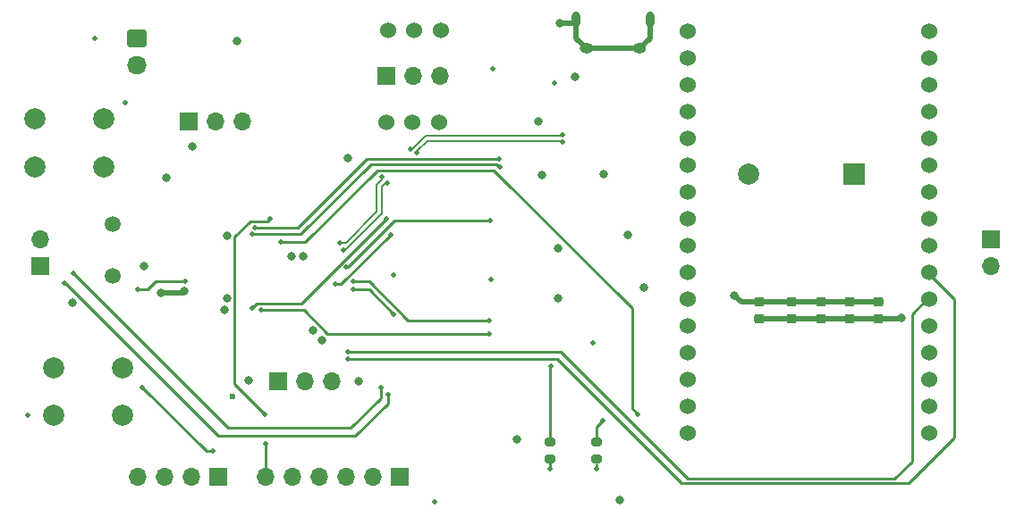
<source format=gbl>
%TF.GenerationSoftware,KiCad,Pcbnew,8.0.5*%
%TF.CreationDate,2024-12-24T01:11:55+09:00*%
%TF.ProjectId,Balancing_robot,42616c61-6e63-4696-9e67-5f726f626f74,rev?*%
%TF.SameCoordinates,Original*%
%TF.FileFunction,Copper,L4,Bot*%
%TF.FilePolarity,Positive*%
%FSLAX46Y46*%
G04 Gerber Fmt 4.6, Leading zero omitted, Abs format (unit mm)*
G04 Created by KiCad (PCBNEW 8.0.5) date 2024-12-24 01:11:55*
%MOMM*%
%LPD*%
G01*
G04 APERTURE LIST*
G04 Aperture macros list*
%AMRoundRect*
0 Rectangle with rounded corners*
0 $1 Rounding radius*
0 $2 $3 $4 $5 $6 $7 $8 $9 X,Y pos of 4 corners*
0 Add a 4 corners polygon primitive as box body*
4,1,4,$2,$3,$4,$5,$6,$7,$8,$9,$2,$3,0*
0 Add four circle primitives for the rounded corners*
1,1,$1+$1,$2,$3*
1,1,$1+$1,$4,$5*
1,1,$1+$1,$6,$7*
1,1,$1+$1,$8,$9*
0 Add four rect primitives between the rounded corners*
20,1,$1+$1,$2,$3,$4,$5,0*
20,1,$1+$1,$4,$5,$6,$7,0*
20,1,$1+$1,$6,$7,$8,$9,0*
20,1,$1+$1,$8,$9,$2,$3,0*%
G04 Aperture macros list end*
%TA.AperFunction,ComponentPad*%
%ADD10C,1.524000*%
%TD*%
%TA.AperFunction,ComponentPad*%
%ADD11O,0.775000X1.550000*%
%TD*%
%TA.AperFunction,ComponentPad*%
%ADD12O,1.300000X0.950000*%
%TD*%
%TA.AperFunction,ComponentPad*%
%ADD13C,2.000000*%
%TD*%
%TA.AperFunction,ComponentPad*%
%ADD14R,1.700000X1.700000*%
%TD*%
%TA.AperFunction,ComponentPad*%
%ADD15O,1.700000X1.700000*%
%TD*%
%TA.AperFunction,ComponentPad*%
%ADD16RoundRect,0.250000X-0.675000X0.600000X-0.675000X-0.600000X0.675000X-0.600000X0.675000X0.600000X0*%
%TD*%
%TA.AperFunction,ComponentPad*%
%ADD17O,1.850000X1.700000*%
%TD*%
%TA.AperFunction,ComponentPad*%
%ADD18C,1.500000*%
%TD*%
%TA.AperFunction,ComponentPad*%
%ADD19R,2.000000X2.000000*%
%TD*%
%TA.AperFunction,SMDPad,CuDef*%
%ADD20RoundRect,0.225000X-0.250000X0.225000X-0.250000X-0.225000X0.250000X-0.225000X0.250000X0.225000X0*%
%TD*%
%TA.AperFunction,SMDPad,CuDef*%
%ADD21RoundRect,0.200000X-0.275000X0.200000X-0.275000X-0.200000X0.275000X-0.200000X0.275000X0.200000X0*%
%TD*%
%TA.AperFunction,SMDPad,CuDef*%
%ADD22RoundRect,0.200000X0.275000X-0.200000X0.275000X0.200000X-0.275000X0.200000X-0.275000X-0.200000X0*%
%TD*%
%TA.AperFunction,ViaPad*%
%ADD23C,0.500000*%
%TD*%
%TA.AperFunction,ViaPad*%
%ADD24C,0.800000*%
%TD*%
%TA.AperFunction,ViaPad*%
%ADD25C,0.600000*%
%TD*%
%TA.AperFunction,Conductor*%
%ADD26C,0.250000*%
%TD*%
%TA.AperFunction,Conductor*%
%ADD27C,0.500000*%
%TD*%
%TA.AperFunction,Conductor*%
%ADD28C,0.200000*%
%TD*%
G04 APERTURE END LIST*
D10*
%TO.P,J7,1,Pin_1*%
%TO.N,Net-(J7-Pin_1)*%
X100895000Y-60835000D03*
%TO.P,J7,2,Pin_2*%
X103395000Y-60835000D03*
%TO.P,J7,3,Pin_3*%
%TO.N,Net-(J6-Pin_2)*%
X105895000Y-60835000D03*
%TD*%
D11*
%TO.P,J4,SH1,SHIELD*%
%TO.N,GND*%
X125702600Y-59834200D03*
%TO.P,J4,SH4,SHIELD*%
X118702600Y-59834200D03*
D12*
%TO.P,J4,SH5,SHIELD*%
X124702600Y-62534200D03*
%TO.P,J4,SH6,SHIELD*%
X119702600Y-62534200D03*
%TD*%
D13*
%TO.P,SW3,1,1*%
%TO.N,GND*%
X75745000Y-97315000D03*
X69245000Y-97315000D03*
%TO.P,SW3,2,2*%
%TO.N,RESET*%
X75745000Y-92815000D03*
X69245000Y-92815000D03*
%TD*%
D14*
%TO.P,J9,1,Pin_1*%
%TO.N,3.3V*%
X82040000Y-69415000D03*
D15*
%TO.P,J9,2,Pin_2*%
%TO.N,Net-(J9-Pin_2)*%
X84580000Y-69415000D03*
%TO.P,J9,3,Pin_3*%
%TO.N,GND*%
X87120000Y-69415000D03*
%TD*%
D16*
%TO.P,J5,1,Pin_1*%
%TO.N,GND*%
X77105000Y-61575000D03*
D17*
%TO.P,J5,2,Pin_2*%
%TO.N,7.4V*%
X77105000Y-64075000D03*
%TD*%
D14*
%TO.P,J8,1,Pin_1*%
%TO.N,3.3V*%
X90465000Y-94045000D03*
D15*
%TO.P,J8,2,Pin_2*%
%TO.N,Net-(J8-Pin_2)*%
X93005000Y-94045000D03*
%TO.P,J8,3,Pin_3*%
%TO.N,GND*%
X95545000Y-94045000D03*
%TD*%
D14*
%TO.P,M2,1,+*%
%TO.N,/OUT4*%
X157935000Y-80595000D03*
D15*
%TO.P,M2,2,-*%
%TO.N,/OUT3*%
X157935000Y-83135000D03*
%TD*%
D14*
%TO.P,J14,1,Pin_1*%
%TO.N,GND*%
X84825000Y-103145000D03*
D15*
%TO.P,J14,2,Pin_2*%
%TO.N,/UART2_RX*%
X82285000Y-103145000D03*
%TO.P,J14,3,Pin_3*%
%TO.N,/UART2_TX*%
X79745000Y-103145000D03*
%TO.P,J14,4,Pin_4*%
%TO.N,3.3V*%
X77205000Y-103145000D03*
%TD*%
D14*
%TO.P,J10,1,Pin_1*%
%TO.N,GND*%
X101975000Y-103145000D03*
D15*
%TO.P,J10,2,Pin_2*%
%TO.N,SWCLK*%
X99435000Y-103145000D03*
%TO.P,J10,3,Pin_3*%
%TO.N,SWDIO*%
X96895000Y-103145000D03*
%TO.P,J10,4,Pin_4*%
%TO.N,3.3V*%
X94355000Y-103145000D03*
%TO.P,J10,5,Pin_5*%
%TO.N,RESET*%
X91815000Y-103145000D03*
%TO.P,J10,6,Pin_6*%
%TO.N,TRACESWO*%
X89275000Y-103145000D03*
%TD*%
D10*
%TO.P,U3,0,0*%
%TO.N,unconnected-(U3-Pad0)*%
X152139800Y-91395800D03*
%TO.P,U3,2,2*%
%TO.N,unconnected-(U3-Pad2)*%
X152139800Y-93935800D03*
%TO.P,U3,3V,3V*%
%TO.N,3.3V*%
X129279800Y-60915800D03*
%TO.P,U3,4,4*%
%TO.N,unconnected-(U3-Pad4)*%
X152139800Y-88855800D03*
%TO.P,U3,5,5*%
%TO.N,unconnected-(U3-Pad5)*%
X152139800Y-81235800D03*
%TO.P,U3,12,12*%
%TO.N,unconnected-(U3-Pad12)*%
X129279800Y-88855800D03*
%TO.P,U3,13,13*%
%TO.N,unconnected-(U3-Pad13)*%
X129279800Y-91395800D03*
%TO.P,U3,14,14*%
%TO.N,unconnected-(U3-Pad14)*%
X129279800Y-86315800D03*
%TO.P,U3,15,15*%
%TO.N,unconnected-(U3-Pad15)*%
X152139800Y-96475800D03*
%TO.P,U3,16,16*%
%TO.N,/UART3_TX*%
X152139800Y-86315800D03*
%TO.P,U3,17,17*%
%TO.N,/UART3_RX*%
X152139800Y-83775800D03*
%TO.P,U3,18,18*%
%TO.N,unconnected-(U3-Pad18)*%
X152139800Y-78695800D03*
%TO.P,U3,19,19*%
%TO.N,unconnected-(U3-Pad19)*%
X152139800Y-76155800D03*
%TO.P,U3,21,21*%
%TO.N,unconnected-(U3-Pad21)*%
X152139800Y-73615800D03*
%TO.P,U3,22,22*%
%TO.N,unconnected-(U3-Pad22)*%
X152139800Y-65995800D03*
%TO.P,U3,23,23*%
%TO.N,unconnected-(U3-Pad23)*%
X152139800Y-63455800D03*
%TO.P,U3,25,25*%
%TO.N,Net-(R8-Pad2)*%
X129279800Y-78695800D03*
%TO.P,U3,26,26*%
%TO.N,unconnected-(U3-Pad26)*%
X129279800Y-81235800D03*
%TO.P,U3,27,27*%
%TO.N,unconnected-(U3-Pad27)*%
X129279800Y-83775800D03*
%TO.P,U3,32,32*%
%TO.N,unconnected-(U3-Pad32)*%
X129279800Y-73615800D03*
%TO.P,U3,33,33*%
%TO.N,unconnected-(U3-Pad33)*%
X129279800Y-76155800D03*
%TO.P,U3,34,34*%
%TO.N,unconnected-(U3-Pad34)*%
X129279800Y-71075800D03*
%TO.P,U3,BAT,BAT*%
%TO.N,unconnected-(U3-PadBAT)*%
X129279800Y-99015800D03*
%TO.P,U3,EN,EN*%
%TO.N,unconnected-(U3-PadEN)*%
X129279800Y-93935800D03*
%TO.P,U3,GND,GND*%
%TO.N,GND*%
X152139800Y-60915800D03*
X152139800Y-99015800D03*
%TO.P,U3,RS,RS*%
%TO.N,unconnected-(U3-PadRS)*%
X129279800Y-63455800D03*
%TO.P,U3,RX,RX*%
%TO.N,unconnected-(U3-PadRX)*%
X152139800Y-71075800D03*
%TO.P,U3,TX,TX*%
%TO.N,unconnected-(U3-PadTX)*%
X152139800Y-68535800D03*
%TO.P,U3,USB,USB*%
%TO.N,unconnected-(U3-PadUSB)*%
X129279800Y-96475800D03*
%TO.P,U3,VN,VN*%
%TO.N,unconnected-(U3-PadVN)*%
X129279800Y-68535800D03*
%TO.P,U3,VP,VP*%
%TO.N,unconnected-(U3-PadVP)*%
X129279800Y-65995800D03*
%TD*%
D13*
%TO.P,SW2,1,1*%
%TO.N,GND*%
X67465000Y-69225000D03*
X73965000Y-69225000D03*
%TO.P,SW2,2,2*%
%TO.N,PC13*%
X67465000Y-73725000D03*
X73965000Y-73725000D03*
%TD*%
D14*
%TO.P,M1,1,+*%
%TO.N,/OUT2*%
X67935000Y-83145000D03*
D15*
%TO.P,M1,2,-*%
%TO.N,/OUT1*%
X67935000Y-80605000D03*
%TD*%
D18*
%TO.P,Y1,1,1*%
%TO.N,OSC_IN*%
X74822200Y-79189000D03*
%TO.P,Y1,2,2*%
%TO.N,OSC_OUT*%
X74822200Y-84069000D03*
%TD*%
D10*
%TO.P,J1,1,Pin_1*%
%TO.N,5V(BAT)*%
X100725000Y-69515000D03*
%TO.P,J1,2,Pin_2*%
X103225000Y-69515000D03*
%TO.P,J1,3,Pin_3*%
%TO.N,Net-(J1-Pin_3)*%
X105725000Y-69515000D03*
%TD*%
D14*
%TO.P,J6,1,Pin_1*%
%TO.N,5V(BAT)*%
X100715200Y-65145000D03*
D15*
%TO.P,J6,2,Pin_2*%
%TO.N,Net-(J6-Pin_2)*%
X103255200Y-65145000D03*
%TO.P,J6,3,Pin_3*%
%TO.N,U5V*%
X105795200Y-65145000D03*
%TD*%
D19*
%TO.P,BZ2,1,+*%
%TO.N,BUZZER*%
X145055000Y-74455000D03*
D13*
%TO.P,BZ2,2,-*%
%TO.N,GND*%
X135055000Y-74455000D03*
%TD*%
D20*
%TO.P,C12,1*%
%TO.N,3.3V*%
X136005000Y-86575000D03*
%TO.P,C12,2*%
%TO.N,GND*%
X136005000Y-88125000D03*
%TD*%
D21*
%TO.P,R3,1*%
%TO.N,Net-(J1-Pin_3)*%
X116224200Y-99801600D03*
%TO.P,R3,2*%
%TO.N,Net-(D1-A)*%
X116224200Y-101451600D03*
%TD*%
D20*
%TO.P,C6,1*%
%TO.N,3.3V*%
X139055000Y-86575000D03*
%TO.P,C6,2*%
%TO.N,GND*%
X139055000Y-88125000D03*
%TD*%
D22*
%TO.P,R8,1*%
%TO.N,Net-(D3-K)*%
X120593000Y-101451600D03*
%TO.P,R8,2*%
%TO.N,Net-(R8-Pad2)*%
X120593000Y-99801600D03*
%TD*%
D20*
%TO.P,C10,1*%
%TO.N,3.3V*%
X147315000Y-86590000D03*
%TO.P,C10,2*%
%TO.N,GND*%
X147315000Y-88140000D03*
%TD*%
%TO.P,C8,1*%
%TO.N,3.3V*%
X144625000Y-86590000D03*
%TO.P,C8,2*%
%TO.N,GND*%
X144625000Y-88140000D03*
%TD*%
%TO.P,C7,1*%
%TO.N,3.3V*%
X141875000Y-86575000D03*
%TO.P,C7,2*%
%TO.N,GND*%
X141875000Y-88125000D03*
%TD*%
D23*
%TO.N,BUZZER*%
X124555000Y-97195000D03*
X90725000Y-80845000D03*
D24*
%TO.N,GND*%
X117165000Y-60125000D03*
D23*
X110655000Y-84465000D03*
X116655000Y-65815000D03*
D24*
X86555000Y-61845000D03*
X98115000Y-94065000D03*
X85445000Y-87295000D03*
D23*
X105275000Y-105485000D03*
D24*
X77825000Y-83155000D03*
X92835000Y-82215000D03*
X97105000Y-72935000D03*
D23*
X73105000Y-61575000D03*
X66775000Y-97315000D03*
D24*
X123575000Y-80225000D03*
X94655000Y-90160000D03*
D23*
X76045000Y-67695000D03*
X101435000Y-83995000D03*
D25*
X86185000Y-95545000D03*
D23*
X120305000Y-90405000D03*
D24*
X149515000Y-88105000D03*
X116955000Y-81495000D03*
X121265000Y-74455000D03*
D23*
X110845000Y-64475000D03*
D24*
%TO.N,3.3V*%
X125115000Y-85195000D03*
X85640000Y-86195000D03*
X87735000Y-94025000D03*
X122855000Y-105385000D03*
X113085000Y-99605000D03*
X91725000Y-82215000D03*
X116965000Y-86235000D03*
X82325000Y-71775000D03*
X70995000Y-86665000D03*
X118565000Y-65225000D03*
X133705000Y-85935000D03*
X115105000Y-69405600D03*
X93787347Y-89232653D03*
X115475000Y-74495000D03*
X79915000Y-74765000D03*
X85648627Y-80287781D03*
D23*
%TO.N,AGND*%
X81665000Y-84625000D03*
X77195000Y-85355000D03*
D24*
%TO.N,VDDA*%
X81630000Y-85575000D03*
X79425000Y-85675000D03*
D23*
%TO.N,RESET*%
X84275000Y-100725000D03*
X77595000Y-94665000D03*
%TO.N,Net-(D3-K)*%
X120593000Y-102404600D03*
%TO.N,TRACESWO*%
X89215000Y-97195000D03*
X89733883Y-78686283D03*
X89275000Y-99969961D03*
%TO.N,/OUT2*%
X100860000Y-95360000D03*
X70250200Y-84777000D03*
%TO.N,/OUT1*%
X100185000Y-94655000D03*
X71113800Y-83811800D03*
%TO.N,Net-(R8-Pad2)*%
X121202600Y-97832600D03*
%TO.N,USB_D+*%
X96335000Y-80950000D03*
X103013044Y-72053799D03*
X117415000Y-70680000D03*
X100304834Y-74734834D03*
%TO.N,USB_D-*%
X117415000Y-71430000D03*
X103609618Y-72420000D03*
X100835166Y-75265166D03*
X96685000Y-81635000D03*
%TO.N,/UART3_RX*%
X97095000Y-91985000D03*
%TO.N,/IN1*%
X95928629Y-84891371D03*
X101185000Y-80205000D03*
%TO.N,/IN3*%
X110435000Y-88285000D03*
X97575000Y-84576397D03*
%TO.N,/ENA*%
X88015000Y-87155000D03*
X100755000Y-78645000D03*
%TO.N,/IN4*%
X96925000Y-83275000D03*
X110555000Y-78855000D03*
%TO.N,/ENB*%
X88915000Y-87335000D03*
X110465000Y-89575000D03*
%TO.N,/UART3_TX*%
X97095000Y-91284997D03*
%TO.N,/IN2*%
X101435000Y-87735000D03*
X97615000Y-85385000D03*
%TO.N,Net-(D1-A)*%
X116224200Y-102404600D03*
%TO.N,/SDA_P*%
X88035000Y-80155000D03*
X111465000Y-73745000D03*
%TO.N,Net-(J1-Pin_3)*%
X116290000Y-92651000D03*
%TO.N,/SCL_N*%
X111435000Y-72985000D03*
X88302648Y-79508186D03*
%TD*%
D26*
%TO.N,BUZZER*%
X90795000Y-80915000D02*
X93045000Y-80915000D01*
X99875000Y-74085000D02*
X110915000Y-74085000D01*
X123981587Y-96621587D02*
X124555000Y-97195000D01*
X90725000Y-80845000D02*
X90795000Y-80915000D01*
X123981587Y-87151587D02*
X123981587Y-96621587D01*
X110915000Y-74085000D02*
X123981587Y-87151587D01*
X93045000Y-80915000D02*
X99875000Y-74085000D01*
D27*
%TO.N,GND*%
X136005000Y-88125000D02*
X149495000Y-88125000D01*
X125702600Y-59834200D02*
X125702600Y-61534200D01*
X118702600Y-59834200D02*
X118702600Y-61534200D01*
X118702600Y-61534200D02*
X119702600Y-62534200D01*
X125702600Y-61534200D02*
X124702600Y-62534200D01*
X119702600Y-62534200D02*
X124702600Y-62534200D01*
X149495000Y-88125000D02*
X149515000Y-88105000D01*
X117165000Y-60125000D02*
X118411800Y-60125000D01*
X118411800Y-60125000D02*
X118702600Y-59834200D01*
%TO.N,3.3V*%
X147315000Y-86590000D02*
X136020000Y-86590000D01*
X136005000Y-86575000D02*
X134345000Y-86575000D01*
X136020000Y-86590000D02*
X136005000Y-86575000D01*
X134345000Y-86575000D02*
X133705000Y-85935000D01*
D26*
%TO.N,AGND*%
X78895000Y-84625000D02*
X81665000Y-84625000D01*
X77195000Y-85355000D02*
X78165000Y-85355000D01*
X78165000Y-85355000D02*
X78895000Y-84625000D01*
D27*
%TO.N,VDDA*%
X79425000Y-85675000D02*
X81530000Y-85675000D01*
X81530000Y-85675000D02*
X81630000Y-85575000D01*
D26*
%TO.N,RESET*%
X77615000Y-94665000D02*
X77595000Y-94665000D01*
X84275000Y-100725000D02*
X83675000Y-100725000D01*
X83675000Y-100725000D02*
X77615000Y-94665000D01*
%TO.N,Net-(D3-K)*%
X120593000Y-102404600D02*
X120593000Y-101947400D01*
%TO.N,TRACESWO*%
X87849297Y-78915000D02*
X86365000Y-80399297D01*
X86365000Y-94345000D02*
X89215000Y-97195000D01*
X89733883Y-78686283D02*
X89505166Y-78915000D01*
X89505166Y-78915000D02*
X87849297Y-78915000D01*
X86365000Y-80399297D02*
X86365000Y-94345000D01*
X89275000Y-99969961D02*
X89275000Y-103145000D01*
%TO.N,/OUT2*%
X100860000Y-95360000D02*
X100860000Y-96170000D01*
X97765000Y-99265000D02*
X84789000Y-99265000D01*
X100860000Y-96170000D02*
X97765000Y-99265000D01*
X84789000Y-99265000D02*
X70301000Y-84777000D01*
X70301000Y-84777000D02*
X70250200Y-84777000D01*
%TO.N,/OUT1*%
X100185000Y-94655000D02*
X100185000Y-95675000D01*
X97385000Y-98475000D02*
X85777000Y-98475000D01*
X85777000Y-98475000D02*
X71113800Y-83811800D01*
X100185000Y-95675000D02*
X97385000Y-98475000D01*
%TO.N,Net-(R8-Pad2)*%
X120593000Y-99801600D02*
X120593000Y-98442200D01*
X120593000Y-98442200D02*
X121202600Y-97832600D01*
D28*
%TO.N,USB_D+*%
X99830000Y-75421801D02*
X100304834Y-74946967D01*
X117265001Y-70829999D02*
X117415000Y-70680000D01*
X103198002Y-72053799D02*
X104421802Y-70829999D01*
X96898975Y-80950000D02*
X99830000Y-78018975D01*
X99830000Y-78018975D02*
X99830000Y-75421801D01*
X100304834Y-74946967D02*
X100304834Y-74734834D01*
X104421802Y-70829999D02*
X117265001Y-70829999D01*
X96335000Y-80950000D02*
X96898975Y-80950000D01*
X103013044Y-72053799D02*
X103198002Y-72053799D01*
%TO.N,USB_D-*%
X96850373Y-81635000D02*
X100280000Y-78205373D01*
X100280000Y-75608199D02*
X100623033Y-75265166D01*
X100280000Y-78205373D02*
X100280000Y-75608199D01*
X104608198Y-71280001D02*
X117265001Y-71280001D01*
X103609618Y-72278581D02*
X104608198Y-71280001D01*
X100623033Y-75265166D02*
X100835166Y-75265166D01*
X96685000Y-81635000D02*
X96850373Y-81635000D01*
X103609618Y-72420000D02*
X103609618Y-72278581D01*
X117265001Y-71280001D02*
X117415000Y-71430000D01*
D26*
%TO.N,/UART3_RX*%
X150183800Y-103776200D02*
X154525000Y-99435000D01*
X97095000Y-91985000D02*
X97105000Y-91995000D01*
X154525000Y-99435000D02*
X154525000Y-86305000D01*
X128670200Y-103776200D02*
X150183800Y-103776200D01*
X97105000Y-91995000D02*
X116889000Y-91995000D01*
X116889000Y-91995000D02*
X128670200Y-103776200D01*
X154525000Y-86305000D02*
X151995800Y-83775800D01*
%TO.N,/IN1*%
X101185000Y-80205000D02*
X101133224Y-80205000D01*
X96446853Y-84891371D02*
X95928629Y-84891371D01*
X101133224Y-80205000D02*
X96446853Y-84891371D01*
%TO.N,/IN3*%
X97575000Y-84576397D02*
X99089570Y-84576397D01*
X99089570Y-84576397D02*
X102798173Y-88285000D01*
X102798173Y-88285000D02*
X110435000Y-88285000D01*
%TO.N,/ENA*%
X96686827Y-82700000D02*
X96350000Y-83036827D01*
X92655000Y-86735000D02*
X88435000Y-86735000D01*
X96350000Y-83040000D02*
X92655000Y-86735000D01*
X88435000Y-86735000D02*
X88015000Y-87155000D01*
X100745000Y-78645000D02*
X96690000Y-82700000D01*
X96690000Y-82700000D02*
X96686827Y-82700000D01*
X100755000Y-78645000D02*
X100745000Y-78645000D01*
X96350000Y-83036827D02*
X96350000Y-83040000D01*
%TO.N,/IN4*%
X101525000Y-78855000D02*
X110555000Y-78855000D01*
X96925000Y-83275000D02*
X97105000Y-83275000D01*
X97105000Y-83275000D02*
X101525000Y-78855000D01*
%TO.N,/ENB*%
X88925000Y-87325000D02*
X88915000Y-87335000D01*
X95155000Y-89575000D02*
X92905000Y-87325000D01*
X110465000Y-89575000D02*
X95155000Y-89575000D01*
X92905000Y-87325000D02*
X88925000Y-87325000D01*
%TO.N,/UART3_TX*%
X97095000Y-91284997D02*
X117234997Y-91284997D01*
X150475000Y-101696200D02*
X150475000Y-87695000D01*
X148845000Y-103326200D02*
X150475000Y-101696200D01*
X151854200Y-86315800D02*
X152139800Y-86315800D01*
X150475000Y-87695000D02*
X151854200Y-86315800D01*
X129276200Y-103326200D02*
X148845000Y-103326200D01*
X117234997Y-91284997D02*
X129276200Y-103326200D01*
%TO.N,/IN2*%
X99085000Y-85385000D02*
X101435000Y-87735000D01*
X97615000Y-85385000D02*
X99085000Y-85385000D01*
%TO.N,Net-(D1-A)*%
X116224200Y-102404600D02*
X116224200Y-101451600D01*
%TO.N,/SDA_P*%
X88055000Y-80135000D02*
X88035000Y-80155000D01*
X99255000Y-73505000D02*
X92625000Y-80135000D01*
X111141827Y-73505000D02*
X99255000Y-73505000D01*
X111465000Y-73745000D02*
X111381827Y-73745000D01*
X111381827Y-73745000D02*
X111141827Y-73505000D01*
X92625000Y-80135000D02*
X88055000Y-80135000D01*
%TO.N,Net-(J1-Pin_3)*%
X116224200Y-92716800D02*
X116290000Y-92651000D01*
X116224200Y-99801600D02*
X116224200Y-92716800D01*
%TO.N,/SCL_N*%
X88305834Y-79505000D02*
X92337000Y-79505000D01*
X88302648Y-79508186D02*
X88305834Y-79505000D01*
X98847000Y-72995000D02*
X111425000Y-72995000D01*
X111425000Y-72995000D02*
X111435000Y-72985000D01*
X92337000Y-79505000D02*
X98847000Y-72995000D01*
%TD*%
M02*

</source>
